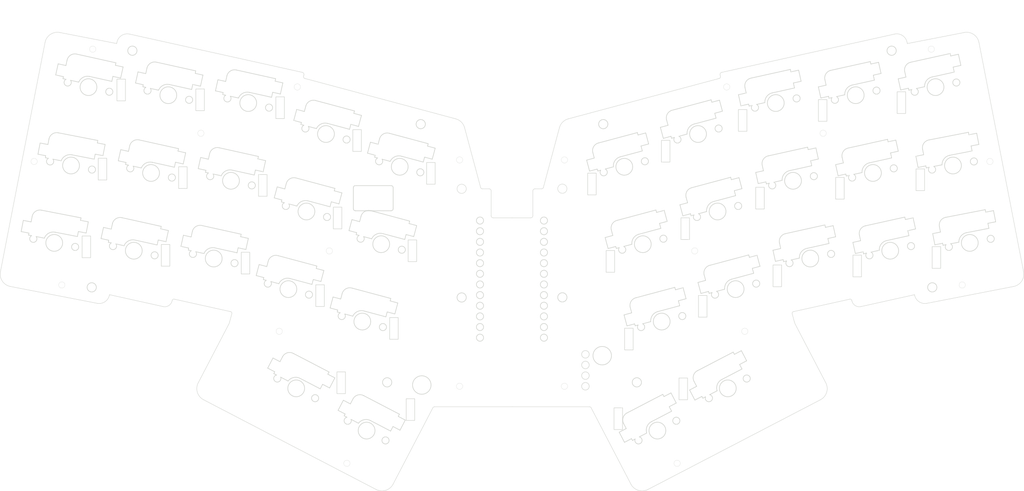
<source format=kicad_pcb>
(kicad_pcb (version 20240108) (generator "pcbnew") (generator_version "8.0")
  (layers (0 "F.Cu" signal) (31 "B.Cu" signal) (34 "B.Paste" user) (35 "F.Paste" user) (36 "B.SilkS" user "B.Silkscreen") (37 "F.SilkS" user "F.Silkscreen") (38 "B.Mask" user) (39 "F.Mask" user) (44 "Edge.Cuts" user))
  (net 0 "")
  (footprint "jw_custom_footprints:CherryMX_Hotswap_cutout_bottom" (layer "F.Cu") (at 115.346806 121.920781 -27.5))
  (footprint "jw_custom_footprints:CherryMX_Hotswap_cutout_bottom" (layer "F.Cu") (at 255.092167 58.682972 11))
  (footprint "jw_custom_footprints:CherryMX_Hotswap_cutout_bottom" (layer "F.Cu") (at 203.29311 88.173093 15))
  (footprint "jw_custom_footprints:CherryMX_Hotswap_cutout_bottom" (layer "F.Cu") (at 176.759887 58.98642 15))
  (footprint "jw_custom_footprints:OLED_4Pin_cutout" (layer "F.Cu") (at 167.499477 111.349 90))
  (footprint "jw_custom_footprints:CherryMX_Hotswap_cutout_bottom" (layer "F.Cu") (at 118.828399 77.456683 -15))
  (footprint "jw_custom_footprints:CherryMX_Hotswap_cutout_bottom" (layer "F.Cu") (at 83.02485 62.32582 -12.5))
  (footprint "jw_custom_footprints:MountingHole_2.2mm_M2_cutout" (layer "F.Cu") (at 138.000124 90.162334))
  (footprint "jw_custom_footprints:MountingHole_2.2mm_M2_cutout" (layer "F.Cu") (at 128.250066 48.815518))
  (footprint "jw_custom_footprints:CherryMX_Hotswap_cutout_bottom" (layer "F.Cu") (at 114.326735 95.912768 -15))
  (footprint "jw_custom_footprints:MountingHole_2.2mm_M2_cutout" (layer "F.Cu") (at 120.249066 110.410518))
  (footprint "jw_custom_footprints:CherryMX_Hotswap_cutout_bottom" (layer "F.Cu") (at 194.335582 51.170618 15))
  (footprint "jw_custom_footprints:CherryMX_Hotswap_cutout_bottom" (layer "F.Cu") (at 96.70689 88.173093 -15))
  (footprint "jw_custom_footprints:CherryMX_Hotswap_cutout_bottom" (layer "F.Cu") (at 231.90982 41.910236 12.5))
  (footprint "jw_custom_footprints:CherryMX_Hotswap_cutout_bottom" (layer "F.Cu") (at 184.653194 121.920781 27.5))
  (footprint "jw_custom_footprints:CherryMX_Hotswap_cutout_bottom" (layer "F.Cu") (at 216.97515 62.32582 12.5))
  (footprint "jw_custom_footprints:CherryMX_Hotswap_cutout_bottom" (layer "F.Cu") (at 185.673265 95.912768 15))
  (footprint "jw_custom_footprints:CherryMX_Hotswap_cutout_bottom" (layer "F.Cu") (at 87.137194 43.776236 -12.5))
  (footprint "jw_custom_footprints:MountingHole_2.2mm_M2_cutout" (layer "F.Cu") (at 161.999961 90.135622))
  (footprint "jw_custom_footprints:CherryMX_Hotswap_cutout_bottom" (layer "F.Cu") (at 240.134352 79.008703 12.5))
  (footprint "jw_custom_footprints:MountingHole_2.2mm_M2_cutout" (layer "F.Cu") (at 179.750934 110.410518))
  (footprint "jw_custom_footprints:CherryMX_Hotswap_cutout_bottom" (layer "F.Cu") (at 44.907833 58.682972 -11))
  (footprint "jw_custom_footprints:CherryMX_Hotswap_cutout_bottom" (layer "F.Cu") (at 250.936256 39.983518 12.5))
  (footprint "jw_custom_footprints:MountingHole_2.2mm_M2_cutout" (layer "F.Cu") (at 49.838167 87.750857))
  (footprint "jw_custom_footprints:CherryMX_Hotswap_cutout_bottom" (layer "F.Cu") (at 123.240113 58.98642 -15))
  (footprint "jw_custom_footprints:CherryMX_Hotswap_cutout_bottom" (layer "F.Cu") (at 40.901273 77.142234 -11))
  (footprint "jw_custom_footprints:CherryMX_Hotswap_cutout_bottom" (layer "F.Cu") (at 221.087546 80.87564 12.5))
  (footprint "jw_custom_footprints:MountingHole_2.2mm_M2_cutout" (layer "F.Cu") (at 171.749934 48.815518))
  (footprint "jw_custom_footprints:CherryMX_Hotswap_cutout_bottom" (layer "F.Cu") (at 105.664418 51.170618 -15))
  (footprint "jw_custom_footprints:CherryMX_Hotswap_cutout_bottom" (layer "F.Cu") (at 212.862806 43.776236 12.5))
  (footprint "jw_custom_footprints:CherryMX_Hotswap_cutout_bottom" (layer "F.Cu") (at 236.022085 60.459471 12.5))
  (footprint "jw_custom_footprints:CherryMX_Hotswap_cutout_bottom" (layer "F.Cu") (at 201.430147 111.847994 27.5))
  (footprint "jw_custom_footprints:CherryMX_Hotswap_cutout_bottom" (layer "F.Cu") (at 198.99108 69.651679 15))
  (footprint "jw_custom_footprints:MountingHole_2.2mm_M2_cutout" (layer "F.Cu") (at 250.161833 87.750857))
  (footprint "jw_custom_footprints:CherryMX_Hotswap_cutout_bottom" (layer "F.Cu") (at 68.09018 41.910236 -12.5))
  (footprint "jw_custom_footprints:CherryMX_Hotswap_cutout_bottom" (layer "F.Cu") (at 59.865648 79.008703 -12.5))
  (footprint "jw_custom_footprints:CherryMX_Hotswap_cutout_bottom" (layer "F.Cu") (at 49.063744 39.983518 -12.5))
  (footprint "jw_custom_footprints:CherryMX_Hotswap_cutout_bottom" (layer "F.Cu") (at 78.912454 80.87564 -12.5))
  (footprint "jw_custom_footprints:MountingHole_2.2mm_M2_cutout" (layer "F.Cu") (at 59.525928 31.292947))
  (footprint "jw_custom_footprints:CherryMX_Hotswap_cutout_bottom" (layer "F.Cu") (at 101.00892 69.651679 -15))
  (footprint "jw_custom_footprints:CherryMX_Hotswap_cutout_bottom" (layer "F.Cu") (at 98.569853 111.847994 -27.5))
  (footprint "jw_custom_footprints:CherryMX_Hotswap_cutout_bottom" (layer "F.Cu") (at 259.098727 77.142234 11))
  (footprint "jw_custom_footprints:CherryMX_Hotswap_cutout_bottom" (layer "F.Cu") (at 181.171601 77.456683 15))
  (footprint "jw_custom_footprints:MountingHole_2.2mm_M2_cutout" (layer "F.Cu") (at 240.474072 31.292947))
  (footprint "jw_custom_footprints:CherryMX_Hotswap_cutout_bottom" (layer "F.Cu") (at 63.977915 60.459471 -12.5))
  (footprint "jw_custom_footprints:Diode_SOD123_THT_2_cutout_small" (layer "B.Cu") (at 108.430433 71.205772 -90))
  (footprint "jw_custom_footprints:Diode_SOD123_THT_2_cutout_small" (layer "B.Cu") (at 75.66727 43.008792 -90))
  (footprint "jw_custom_footprints:ProMicro_1.1mm_hole_only_cutout_beneath_PCB" (layer "B.Cu") (at 150.000004 84.5143 180))
  (footprint "jw_custom_footprints:Diode_SOD123_THT_2_cutout_small" (layer "B.Cu") (at 113.081732 52.72884 -90))
  (footprint "jw_custom_footprints:Diode_SOD123_THT_2_cutout_small" (layer "B.Cu") (at 186.627819 55.27231 90))
  (footprint "jw_custom_footprints:Diode_SOD123_THT_2_cutout_small" (layer "B.Cu") (at 71.560808 61.570744 -90))
  (footprint "jw_custom_footprints:Diode_SOD123_THT_2_cutout_small" (layer "B.Cu") (at 242.797151 43.68667 -90))
  (footprint "jw_custom_footprints:Diode_SOD123_THT_2_cutout_small" (layer "B.Cu") (at 130.661022 60.55469 90))
  (footprint "jw_custom_footprints:Diode_SOD123_THT_2_cutout_small" (layer "B.Cu") (at 209.100979 66.4688 -90))
  (footprint "jw_custom_footprints:Diode_SOD123_THT_2_cutout_small" (layer "B.Cu") (at 173.446069 81.564013 -90))
  (footprint "jw_custom_footprints:Diode_SOD123_THT_2_cutout_small" (layer "B.Cu") (at 126.263482 79.020543 90))
  (footprint "jw_custom_footprints:Diode_SOD123_THT_2_cutout_small" (layer "B.Cu") (at 56.8616 40.6656 90))
  (footprint "jw_custom_footprints:Diode_SOD123_THT_2_cutout_small" (layer "B.Cu") (at 121.860257 97.543639 90))
  (footprint "jw_custom_footprints:Diode_SOD123_THT_2_cutout_small" (layer "B.Cu") (at 177.849294 100.087109 -90))
  (footprint "jw_custom_footprints:Diode_SOD123_THT_2_cutout_small" (layer "B.Cu") (at 169.048529 63.09816 -90))
  (footprint "jw_custom_footprints:Diode_SOD123_THT_2_cutout_small" (layer "B.Cu") (at 90.608572 63.433101 90))
  (footprint "jw_custom_footprints:Diode_SOD123_THT_2_cutout_small" (layer "B.Cu") (at 104.255999 89.728229 -90))
  (footprint "jw_custom_footprints:Diode_SOD123_THT_2_cutout_small" (layer "B.Cu") (at 247.305698 62.085509 -90))
  (footprint "jw_custom_footprints:Diode_SOD123_THT_2_cutout_small" (layer "B.Cu") (at 204.969079 47.932126 -90))
  (footprint "jw_custom_footprints:Diode_SOD123_THT_2_cutout_small" (layer "B.Cu") (at 125.7972 116.91 90))
  (footprint "jw_custom_footprints:Diode_SOD123_THT_2_cutout_small" (layer "B.Cu") (at 232.271726 82.650499 90))
  (footprint "jw_custom_footprints:Diode_SOD123_THT_2_cutout_small" (layer "B.Cu") (at 251.146986 80.627509 -90))
  (footprint "jw_custom_footprints:Diode_SOD123_THT_2_cutout_small" (layer "B.Cu") (at 190.819669 111.974309 90))
  (footprint "jw_custom_footprints:Diode_SOD123_THT_2_cutout_small" (layer "B.Cu") (at 48.562565 78.084039 90))
  (footprint "jw_custom_footprints:Diode_SOD123_THT_2_cutout_small" (layer "B.Cu") (at 191.279118 73.749242 90))
  (footprint "jw_custom_footprints:Diode_SOD123_THT_2_cutout_small" (layer "B.Cu") (at 94.740472 44.896427 90))
  (footprint "jw_custom_footprints:Diode_SOD123_THT_2_cutout_small" (layer "B.Cu") (at 228.148743 64.114214 90))
  (footprint "jw_custom_footprints:Diode_SOD123_THT_2_cutout_small" (layer "B.Cu") (at 213.22392 85.006048 -90))
  (footprint "jw_custom_footprints:Diode_SOD123_THT_2_cutout_small" (layer "B.Cu") (at 52.403853 59.542039 90))
  (footprint "jw_custom_footprints:Diode_SOD123_THT_2_cutout_small" (layer "B.Cu") (at 195.453552 92.271699 90))
  (footprint "jw_custom_footprints:Diode_SOD123_THT_2_cutout_small" (layer "B.Cu") (at 175.325669 119.086309 -90))
  (footprint "jw_custom_footprints:Diode_SOD123_THT_2_cutout_small" (layer "B.Cu") (at 109.2872 110.5124 -90))
  (footprint "jw_custom_footprints:Diode_SOD123_THT_2_cutout_small" (layer "B.Cu") (at 67.437825 80.107029 -90))
  (footprint "jw_custom_footprints:Diode_SOD123_THT_2_cutout_small" (layer "B.Cu") (at 86.485631 81.970349 90))
  (footprint "jw_custom_footprints:Diode_SOD123_THT_2_cutout_small" (layer "B.Cu") (at 224.042281 45.552262 90))
  (gr_line (start 155.4764 64.24) (end 157.08934 64.24) (stroke (width 0.1)) (layer "Edge.Cuts"))
  (gr_arc (start 248.875544 91.557709) (mid 247.000499 91.176288) (end 245.944454 89.580663) (stroke (width 0.1)) (layer "Edge.Cuts"))
  (gr_arc (start 131.136116 116.495126) (mid 131.320231 116.298539) (end 131.579621 116.226) (stroke (width 0.1)) (layer "Edge.Cuts"))
  (gr_line (start 241.155535 27.33154) (end 199.974037 36.461258) (stroke (width 0.1)) (layer "Edge.Cuts"))
  (gr_arc (start 76.496836 114.56881) (mid 75.020905 112.809902) (end 75.22105 110.522531) (stroke (width 0.1)) (layer "Edge.Cuts"))
  (gr_line (start 230.986257 90.868125) (end 231.008121 90.966748) (stroke (width 0.1)) (layer "Edge.Cuts"))
  (gr_circle (center 137.999961 64.241915) (end 139.099961 64.241915) (stroke (width 0.1)) (fill none) (layer "Edge.Cuts"))
  (gr_arc (start 69.013743 90.868125) (mid 69.189379 90.617397) (end 69.490838 90.564182) (stroke (width 0.1)) (layer "Edge.Cuts"))
  (gr_line (start 28.081801 84.02252) (end 38.713665 29.326322) (stroke (width 0.1)) (layer "Edge.Cuts"))
  (gr_arc (start 54.055546 89.580663) (mid 52.999473 91.176261) (end 51.124456 91.557709) (stroke (width 0.1)) (layer "Edge.Cuts"))
  (gr_line (start 161.3004 49.669603) (end 157.475711 63.943528) (stroke (width 0.1)) (layer "Edge.Cuts"))
  (gr_circle (center 249.927 30.9228) (end 250.677 30.9228) (stroke (width 0.05)) (fill none) (layer "Edge.Cuts"))
  (gr_line (start 112.683001 63.477799) (end 121.183001 63.477801) (stroke (width 0.15)) (layer "Edge.Cuts"))
  (gr_line (start 121.660597 134.697428) (end 131.136116 116.495126) (stroke (width 0.1)) (layer "Edge.Cuts"))
  (gr_arc (start 224.77895 110.522531) (mid 224.979091 112.8099) (end 223.503164 114.56881) (stroke (width 0.1)) (layer "Edge.Cuts"))
  (gr_line (start 150 116.226) (end 131.579621 116.226) (stroke (width 0.1)) (layer "Edge.Cuts"))
  (gr_circle (center 137.501477 57.349) (end 138.251477 57.349) (stroke (width 0.05)) (fill none) (layer "Edge.Cuts"))
  (gr_arc (start 217.529386 96.59625) (mid 217.394392 96.298319) (end 217.29264 95.987461) (stroke (width 0.1)) (layer "Edge.Cuts"))
  (gr_circle (center 224.146 50.9888) (end 224.896 50.9888) (stroke (width 0.05)) (fill none) (layer "Edge.Cuts"))
  (gr_circle (center 36.103954 57.7198) (end 36.853954 57.7198) (stroke (width 0.05)) (fill none) (layer "Edge.Cuts"))
  (gr_arc (start 100.608703 37.910267) (mid 100.370258 37.731396) (end 100.321712 37.437321) (stroke (width 0.1)) (layer "Edge.Cuts"))
  (gr_arc (start 145.5236 71.1618) (mid 145.170047 71.015353) (end 145.0236 70.6618) (stroke (width 0.1)) (layer "Edge.Cuts"))
  (gr_circle (center 162.499477 111.349) (end 163.249477 111.349) (stroke (width 0.05)) (fill none) (layer "Edge.Cuts"))
  (gr_arc (start 142.91066 64.24) (mid 142.667176 64.157326) (end 142.524289 63.943528) (stroke (width 0.1)) (layer "Edge.Cuts"))
  (gr_line (start 82.70736 95.987461) (end 83.229817 94.037625) (stroke (width 0.1)) (layer "Edge.Cuts"))
  (gr_line (start 136.57828 47.548284) (end 100.608703 37.910267) (stroke (width 0.1)) (layer "Edge.Cuts"))
  (gr_line (start 233.155044 92.334491) (end 245.929263 89.502515) (stroke (width 0.1)) (layer "Edge.Cuts"))
  (gr_circle (center 263.897 57.7198) (end 264.647 57.7198) (stroke (width 0.05)) (fill none) (layer "Edge.Cuts"))
  (gr_arc (start 157.475711 63.943528) (mid 157.332845 64.157342) (end 157.08934 64.24) (stroke (width 0.1)) (layer "Edge.Cuts"))
  (gr_circle (center 110.652954 129.7288) (end 111.402954 129.7288) (stroke (width 0.05)) (fill none) (layer "Edge.Cuts"))
  (gr_circle (center 201.159 39.9398) (end 201.909 39.9398) (stroke (width 0.05)) (fill none) (layer "Edge.Cuts"))
  (gr_circle (center 42.707954 87.1838) (end 43.457954 87.1838) (stroke (width 0.05)) (fill none) (layer "Edge.Cuts"))
  (gr_arc (start 233.155044 92.334491) (mid 231.798289 92.095288) (end 231.008121 90.966748) (stroke (width 0.1)) (layer "Edge.Cuts"))
  (gr_line (start 224.77895 110.522531) (end 217.529386 96.59625) (stroke (width 0.1)) (layer "Edge.Cuts"))
  (gr_arc (start 154.9764 70.6618) (mid 154.829953 71.015353) (end 154.4764 71.1618) (stroke (width 0.1)) (layer "Edge.Cuts"))
  (gr_circle (center 171.499933 104.049002) (end 173.699933 104.049002) (stroke (width 0.15)) (fill none) (layer "Edge.Cuts"))
  (gr_line (start 245.929263 89.502515) (end 245.944454 89.580663) (stroke (width 0.1)) (layer "Edge.Cuts"))
  (gr_arc (start 38.713665 29.326322) (mid 39.980988 27.411663) (end 42.230974 26.953867) (stroke (width 0.1)) (layer "Edge.Cuts"))
  (gr_arc (start 112.183001 63.977799) (mid 112.329448 63.624247) (end 112.683001 63.477799) (stroke (width 0.15)) (layer "Edge.Cuts"))
  (gr_circle (center 128.499936 111.049001) (end 130.699936 111.049001) (stroke (width 0.15)) (fill none) (layer "Edge.Cuts"))
  (gr_line (start 145.5236 71.1618) (end 150 71.1618) (stroke (width 0.1)) (layer "Edge.Cuts"))
  (gr_circle (center 189.348 129.7288) (end 190.098 129.7288) (stroke (width 0.05)) (fill none) (layer "Edge.Cuts"))
  (gr_arc (start 100.025963 36.461258) (mid 100.339399 36.680784) (end 100.40589 37.057628) (stroke (width 0.1)) (layer "Edge.Cuts"))
  (gr_line (start 244.207969 29.58987) (end 244.150701 29.295255) (stroke (width 0.1)) (layer "Edge.Cuts"))
  (gr_circle (center 205.477 98.2328) (end 206.227 98.2328) (stroke (width 0.05)) (fill none) (layer "Edge.Cuts"))
  (gr_line (start 199.678288 37.437321) (end 199.59411 37.057628) (stroke (width 0.1)) (layer "Edge.Cuts"))
  (gr_line (start 154.9764 70.6618) (end 154.9764 64.74) (stroke (width 0.1)) (layer "Edge.Cuts"))
  (gr_line (start 145.0236 64.74) (end 145.0236 70.6618) (stroke (width 0.1)) (layer "Edge.Cuts"))
  (gr_circle (center 257.293 87.1838) (end 258.043 87.1838) (stroke (width 0.05)) (fill none) (layer "Edge.Cuts"))
  (gr_line (start 182.385682 135.973214) (end 223.503164 114.56881) (stroke (width 0.1)) (layer "Edge.Cuts"))
  (gr_circle (center 106.461954 79.0558) (end 107.211954 79.0558) (stroke (width 0.05)) (fill none) (layer "Edge.Cuts"))
  (gr_line (start 54.070737 89.502515) (end 66.844956 92.334491) (stroke (width 0.1)) (layer "Edge.Cuts"))
  (gr_circle (center 137.501477 111.349) (end 138.251477 111.349) (stroke (width 0.05)) (fill none) (layer "Edge.Cuts"))
  (gr_line (start 216.770183 94.037625) (end 217.29264 95.987461) (stroke (width 0.1)) (layer "Edge.Cuts"))
  (gr_line (start 261.286335 29.326322) (end 271.918199 84.02252) (stroke (width 0.1)) (layer "Edge.Cuts"))
  (gr_arc (start 241.155535 27.33154) (mid 243.067329 27.681625) (end 244.150701 29.295255) (stroke (width 0.1)) (layer "Edge.Cuts"))
  (gr_line (start 257.769026 26.953867) (end 244.207969 29.58987) (stroke (width 0.1)) (layer "Edge.Cuts"))
  (gr_circle (center 162.499477 57.349) (end 163.249477 57.349) (stroke (width 0.05)) (fill none) (layer "Edge.Cuts"))
  (gr_arc (start 182.385682 135.973214) (mid 180.098302 136.173357) (end 178.339403 134.697428) (stroke (width 0.1)) (layer "Edge.Cuts"))
  (gr_arc (start 216.770183 94.037625) (mid 216.814589 93.726581) (end 217.069976 93.543578) (stroke (width 0.1)) (layer "Edge.Cuts"))
  (gr_arc (start 144.5236 64.24) (mid 144.877153 64.386447) (end 145.0236 64.74) (stroke (width 0.1)) (layer "Edge.Cuts"))
  (gr_circle (center 161.999961 64.215297) (end 163.099961 64.215297) (stroke (width 0.1)) (fill none) (layer "Edge.Cuts"))
  (gr_arc (start 121.183001 63.477801) (mid 121.536554 63.624248) (end 121.683001 63.977801) (stroke (width 0.15)) (layer "Edge.Cuts"))
  (gr_arc (start 121.683001 68.977801) (mid 121.536554 69.331354) (end 121.183001 69.477801) (stroke (width 0.15)) (layer "Edge.Cuts"))
  (gr_line (start 121.683001 63.977801) (end 121.683001 68.977801) (stroke (width 0.15)) (layer "Edge.Cuts"))
  (gr_arc (start 68.991879 90.966748) (mid 68.201693 92.09526) (end 66.844956 92.334491) (stroke (width 0.1)) (layer "Edge.Cuts"))
  (gr_arc (start 121.660597 134.697428) (mid 119.90167 136.173334) (end 117.614318 135.973214) (stroke (width 0.1)) (layer "Edge.Cuts"))
  (gr_arc (start 82.70736 95.987461) (mid 82.605612 96.298321) (end 82.470614 96.59625) (stroke (width 0.1)) (layer "Edge.Cuts"))
  (gr_line (start 55.849299 29.295255) (end 55.792031 29.58987) (stroke (width 0.1)) (layer "Edge.Cuts"))
  (gr_arc (start 55.849299 29.295255) (mid 56.932619 27.681547) (end 58.844465 27.33154) (stroke (width 0.1)) (layer "Edge.Cuts"))
  (gr_circle (center 50.073954 30.9228) (end 50.823954 30.9228) (stroke (width 0.05)) (fill none) (layer "Edge.Cuts"))
  (gr_arc (start 30.454256 87.539829) (mid 28.539544 86.272543) (end 28.081801 84.02252) (stroke (width 0.1)) (layer "Edge.Cuts"))
  (gr_arc (start 230.509162 90.564182) (mid 230.810696 90.617313) (end 230.986257 90.868125) (stroke (width 0.1)) (layer "Edge.Cuts"))
  (gr_arc (start 257.769026 26.953867) (mid 260.01901 27.41166) (end 261.286335 29.326322) (stroke (width 0.1)) (layer "Edge.Cuts"))
  (gr_arc (start 136.57828 47.548284) (mid 137.923144 48.324742) (end 138.6996 49.669603) (stroke (width 0.1)) (layer "Edge.Cuts"))
  (gr_line (start 100.40589 37.057628) (end 100.321712 37.437321) (stroke (width 0.1)) (layer "Edge.Cuts"))
  (gr_line (start 142.91066 64.24) (end 144.5236 64.24) (stroke (width 0.1)) (layer "Edge.Cuts"))
  (gr_line (start 121.183001 69.477801) (end 112.683001 69.477799) (stroke (width 0.15)) (layer "Edge.Cuts"))
  (gr_circle (center 193.539 79.0558) (end 194.289 79.0558) (stroke (width 0.05)) (fill none) (layer "Edge.Cuts"))
  (gr_line (start 68.991879 90.966748) (end 69.013743 90.868125) (stroke (width 0.1)) (layer "Edge.Cuts"))
  (gr_line (start 55.792031 29.58987) (end 42.230974 26.953867) (stroke (width 0.1)) (layer "Edge.Cuts"))
  (gr_line (start 76.496836 114.56881) (end 117.614318 135.973214) (stroke (width 0.1)) (layer "Edge.Cuts"))
  (gr_circle (center 98.841954 39.9398) (end 99.591954 39.9398) (stroke (width 0.05)) (fill none) (layer "Edge.Cuts"))
  (gr_line (start 54.055546 89.580663) (end 54.070737 89.502515) (stroke (width 0.1)) (layer "Edge.Cuts"))
  (gr_line (start 112.183001 68.977799) (end 112.183001 63.977799) (stroke (width 0.15)) (layer "Edge.Cuts"))
  (gr_arc (start 168.420379 116.226) (mid 168.679774 116.298536) (end 168.863884 116.495126) (stroke (width 0.1)) (layer "Edge.Cuts"))
  (gr_line (start 150 71.1618) (end 154.4764 71.1618) (stroke (width 0.1)) (layer "Edge.Cuts"))
  (gr_arc (start 199.59411 37.057628) (mid 199.660557 36.680745) (end 199.974037 36.461258) (stroke (width 0.1)) (layer "Edge.Cuts"))
  (gr_arc (start 161.3004 49.669603) (mid 162.076857 48.32474) (end 163.42172 47.548284) (stroke (width 0.1)) (layer "Edge.Cuts"))
  (gr_line (start 178.339403 134.697428) (end 168.863884 116.495126) (stroke (width 0.1)) (layer "Edge.Cuts"))
  (gr_line (start 199.391297 37.910267) (end 163.42172 47.548284) (stroke (width 0.1)) (layer "Edge.Cuts"))
  (gr_arc (start 154.9764 64.74) (mid 155.122847 64.386447) (end 155.4764 64.24) (stroke (width 0.1)) (layer "Edge.Cuts"))
  (gr_arc (start 271.918199 84.02252) (mid 271.460453 86.272541) (end 269.545744 87.539829) (stroke (width 0.1)) (layer "Edge.Cuts"))
  (gr_circle (center 94.523954 98.2328) (end 95.273954 98.2328) (stroke (width 0.05)) (fill none) (layer "Edge.Cuts"))
  (gr_arc (start 112.683001 69.477799) (mid 112.329448 69.331352) (end 112.183001 68.977799) (stroke (width 0.15)) (layer "Edge.Cuts"))
  (gr_arc (start 82.930024 93.543578) (mid 83.185448 93.726578) (end 83.229817 94.037625) (stroke (width 0.1)) (layer "Edge.Cuts"))
  (gr_line (start 142.524289 63.943528) (end 138.6996 49.669603) (stroke (width 0.1)) (layer "Edge.Cuts"))
  (gr_line (start 69.490838 90.564182) (end 82.930024 93.543578) (stroke (width 0.1)) (layer "Edge.Cuts"))
  (gr_line (start 30.454256 87.539829) (end 51.124456 91.557709) (stroke (width 0.1)) (layer "Edge.Cuts"))
  (gr_line (start 82.470614 96.59625) (end 75.22105 110.522531) (stroke (width 0.1)) (layer "Edge.Cuts"))
  (gr_line (start 217.069976 93.543578) (end 230.509162 90.564182) (stroke (width 0.1)) (layer "Edge.Cuts"))
  (gr_line (start 100.025963 36.461258) (end 58.844465 27.33154) (stroke (width 0.1)) (layer "Edge.Cuts"))
  (gr_circle (center 75.854954 50.9888) (end 76.604954 50.9888) (stroke (width 0.05)) (fill none) (layer "Edge.Cuts"))
  (gr_line (start 248.875544 91.557709) (end 269.545744 87.539829) (stroke (width 0.1)) (layer "Edge.Cuts"))
  (gr_line (start 150 116.226) (end 168.420379 116.226) (stroke (width 0.1)) (layer "Edge.Cuts"))
  (gr_arc (start 199.678288 37.437321) (mid 199.629735 37.731402) (end 199.391297 37.910267) (stroke (width 0.1)) (layer "Edge.Cuts"))
)
</source>
